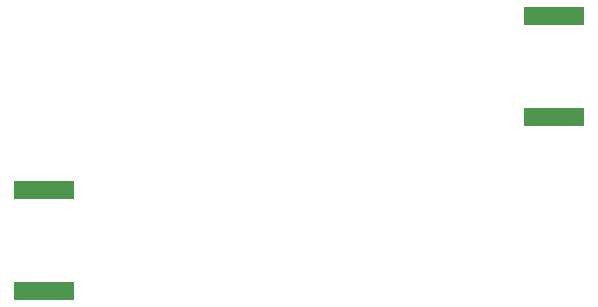
<source format=gbr>
%TF.GenerationSoftware,KiCad,Pcbnew,9.0.6*%
%TF.CreationDate,2025-12-13T21:20:45-05:00*%
%TF.ProjectId,OpAMP,4f70414d-502e-46b6-9963-61645f706362,rev?*%
%TF.SameCoordinates,Original*%
%TF.FileFunction,Paste,Bot*%
%TF.FilePolarity,Positive*%
%FSLAX46Y46*%
G04 Gerber Fmt 4.6, Leading zero omitted, Abs format (unit mm)*
G04 Created by KiCad (PCBNEW 9.0.6) date 2025-12-13 21:20:45*
%MOMM*%
%LPD*%
G01*
G04 APERTURE LIST*
%ADD10R,5.080000X1.500000*%
G04 APERTURE END LIST*
D10*
%TO.C,J2*%
X162137500Y-72750000D03*
X162137500Y-64250000D03*
%TD*%
%TO.C,J1*%
X119000000Y-87500000D03*
X119000000Y-79000000D03*
%TD*%
M02*

</source>
